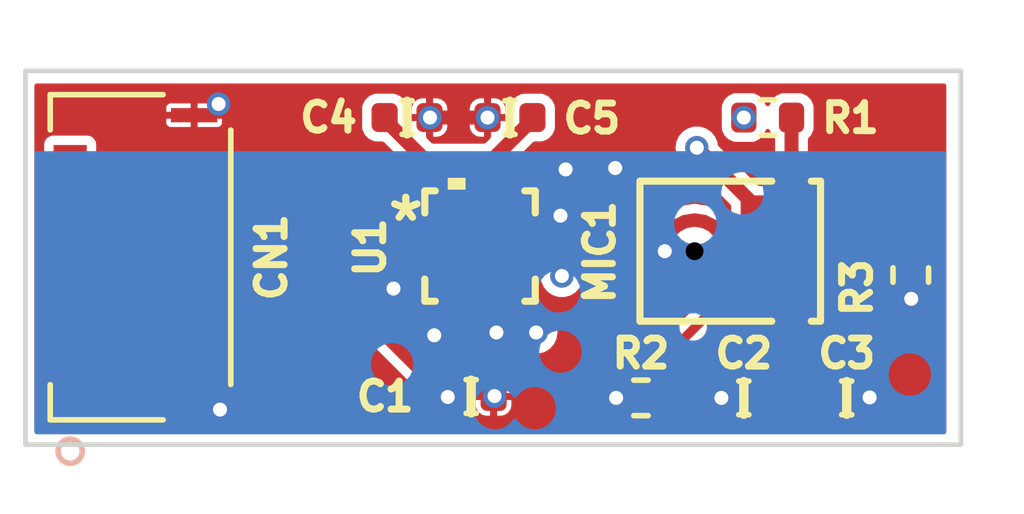
<source format=kicad_pcb>
(kicad_pcb (version 20211014) (generator pcbnew)
  (layers (0 "F.Cu" signal) (1 "In1.Cu" power) (2 "In2.Cu" power) (31 "B.Cu" signal) (34 "B.Paste" user) (35 "F.Paste" user) (36 "B.SilkS" user "B.Silkscreen") (37 "F.SilkS" user "F.Silkscreen") (38 "B.Mask" user) (39 "F.Mask" user) (44 "Edge.Cuts" user))
  (net 0 "")
  (net 1 "U_GND")
  (net 2 "VDD")
  (net 3 "/LPS_SCLK")
  (net 4 "/I2S_WS")
  (net 5 "/LPS_MISO")
  (net 6 "/I2S_SD")
  (net 7 "/LPS_MOSI")
  (net 8 "/I2S_CK")
  (net 9 "/LPS_CS")
  (net 10 "/LPS_INT")
  (net 11 "Net-(MIC1-Pad1)")
  (net 12 "Net-(MIC1-Pad4)")
  (net 13 "Net-(MIC1-Pad6)")
  (footprint "User_library:503480-1000" (layer "F.Cu") (at 125.1 80.49 90)
    (fp_text reference "CN1" (at 0 2.8 90) (layer "F.SilkS") (effects (font (size 0.6 0.6))))
    (fp_text value "503480-1000")
    (fp_circle (center -4.15 -1.5034) (end -3.8922 -1.5) (layer "B.SilkS") (width 0.12) (fill none))
    (fp_line (start -2.721821 1.9304) (end 2.721821 1.9304) (layer "F.SilkS") (width 0.12))
    (fp_line (start 3.4798 -1.9304) (end 2.72739 -1.9304) (layer "F.SilkS") (width 0.12))
    (fp_line (start -3.4798 -1.9304) (end -3.4798 0.483615) (layer "F.SilkS") (width 0.12))
    (fp_line (start -2.72739 -1.9304) (end -3.4798 -1.9304) (layer "F.SilkS") (width 0.12))
    (fp_line (start 3.4798 0.483615) (end 3.4798 -1.9304) (layer "F.SilkS") (width 0.12))
    (fp_circle (center -4.1578 -1.5) (end -3.9 -1.5) (layer "F.SilkS") (width 0.12) (fill none))
    (pad "1" smd rect locked (at -2.250001 -1.5034 90) (size 0.3048 0.7112) (layers "F.Cu" "F.Paste" "F.Mask") (net 2 "VDD"))
    (pad "2" smd rect locked (at -1.749999 -1.5034 90) (size 0.3048 0.7112) (layers "F.Cu" "F.Paste" "F.Mask") (net 10 "/LPS_INT"))
    (pad "3" smd rect locked (at -1.25 -1.5034 90) (size 0.3048 0.7112) (layers "F.Cu" "F.Paste" "F.Mask") (net 1 "U_GND"))
    (pad "4" smd rect locked (at -0.750001 -1.5034 90) (size 0.3048 0.7112) (layers "F.Cu" "F.Paste" "F.Mask") (net 9 "/LPS_CS"))
    (pad "5" smd rect locked (at -0.25 -1.5034 90) (size 0.3048 0.7112) (layers "F.Cu" "F.Paste" "F.Mask") (net 8 "/I2S_CK"))
    (pad "6" smd rect locked (at 0.25 -1.5034 90) (size 0.3048 0.7112) (layers "F.Cu" "F.Paste" "F.Mask") (net 7 "/LPS_MOSI"))
    (pad "7" smd rect locked (at 0.750001 -1.5034 90) (size 0.3048 0.7112) (layers "F.Cu" "F.Paste" "F.Mask") (net 6 "/I2S_SD"))
    (pad "8" smd rect locked (at 1.25 -1.5034 90) (size 0.3048 0.7112) (layers "F.Cu" "F.Paste" "F.Mask") (net 5 "/LPS_MISO"))
    (pad "9" smd rect locked (at 1.749999 -1.5034 90) (size 0.3048 0.7112) (layers "F.Cu" "F.Paste" "F.Mask") (net 4 "/I2S_WS"))
    (pad "10" smd rect locked (at 2.250001 -1.5034 90) (size 0.3048 0.7112) (layers "F.Cu" "F.Paste" "F.Mask") (net 3 "/LPS_SCLK"))
    (pad "11" smd rect locked (at -3.040002 1.1466 90) (size 0.3048 0.9906) (layers "F.Cu" "F.Paste" "F.Mask") (net 1 "U_GND"))
    (pad "12" smd rect locked (at 3.040002 1.1466 90) (size 0.3048 0.9906) (layers "F.Cu" "F.Paste" "F.Mask") (net 1 "U_GND"))
  )
  (footprint "User_library:SPH0645LM4H-B_KNO" (layer "F.Cu") (at 137.71 80.36)
    (fp_text reference "MIC1" (at -2.79 0.02 90 unlocked) (layer "F.SilkS") (effects (font (size 0.6 0.6))))
    (fp_text value "SPH0645LM4H-B")
    (fp_poly (pts (xy -0.244681 -0.045382) (xy -0.2427 0) (xy -0.268185 0.160905) (xy -0.342145 0.30606) (xy -0.45734 0.421255) (xy -0.602495 0.495215) (xy -0.7634 0.5207) (xy -0.924305 0.495215) (xy -1.06946 0.421255) (xy -1.184655 0.30606) (xy -1.258615 0.160905) (xy -1.2841 0) (xy -1.282119 -0.045382) (xy -1.573107 -0.07084) (xy -1.5762 0) (xy -1.536419 0.251169) (xy -1.420969 0.477752) (xy -1.241152 0.657569) (xy -1.014569 0.773019) (xy -0.7634 0.8128) (xy -0.512231 0.773019) (xy -0.285648 0.657569) (xy -0.105831 0.477752) (xy 0.009619 0.251169) (xy 0.0494 0) (xy 0.046307 -0.07084)) (layer "F.Cu") (width 0) (fill solid))
    (fp_poly (pts (xy -0.244681 0.045382) (xy -0.2427 0) (xy -0.268185 -0.160905) (xy -0.342145 -0.30606) (xy -0.45734 -0.421255) (xy -0.602495 -0.495215) (xy -0.7634 -0.5207) (xy -0.924305 -0.495215) (xy -1.06946 -0.421255) (xy -1.184655 -0.30606) (xy -1.258615 -0.160905) (xy -1.2841 0) (xy -1.282119 0.045382) (xy -1.573107 0.07084) (xy -1.5762 0) (xy -1.536419 -0.251169) (xy -1.420969 -0.477752) (xy -1.241152 -0.657569) (xy -1.014569 -0.773019) (xy -0.7634 -0.8128) (xy -0.512231 -0.773019) (xy -0.285648 -0.657569) (xy -0.105831 -0.477752) (xy 0.009619 -0.251169) (xy 0.0494 0) (xy 0.046307 0.07084)) (layer "F.Cu") (width 0) (fill solid))
    (fp_line (start 1.9304 -1.4986) (end 1.733407 -1.4986) (layer "F.SilkS") (width 0.1524))
    (fp_line (start -1.9304 1.4986) (end 0.887613 1.4986) (layer "F.SilkS") (width 0.1524))
    (fp_line (start -1.9304 -1.4986) (end -1.9304 1.4986) (layer "F.SilkS") (width 0.1524))
    (fp_line (start 1.9304 1.4986) (end 1.9304 -1.4986) (layer "F.SilkS") (width 0.1524))
    (fp_line (start 1.733407 1.4986) (end 1.9304 1.4986) (layer "F.SilkS") (width 0.1524))
    (fp_line (start 0.887613 -1.4986) (end -1.9304 -1.4986) (layer "F.SilkS") (width 0.1524))
    (pad "" np_thru_hole circle (at -0.7634 0) (size 0.381 0.381) (drill 0.381) (layers))
    (pad "1" smd rect (at 1.31051 -0.9) (size 0.5334 0.6096) (layers "F.Cu" "F.Paste" "F.Mask") (net 11 "Net-(MIC1-Pad1)"))
    (pad "2" smd rect (at 0.4886 -0.889) (size 0.5334 0.6096) (layers "F.Cu" "F.Paste" "F.Mask") (net 2 "VDD"))
    (pad "3" smd rect (at -1.397 0) (size 0.127 0.127) (layers "F.Cu" "F.Paste" "F.Mask") (net 1 "U_GND"))
    (pad "4" smd rect (at 0.4886 0.889) (size 0.5334 0.6096) (layers "F.Cu" "F.Paste" "F.Mask") (net 12 "Net-(MIC1-Pad4)"))
    (pad "5" smd rect (at 1.31051 0.9) (size 0.5334 0.6096) (layers "F.Cu" "F.Paste" "F.Mask") (net 2 "VDD"))
    (pad "6" smd rect (at 1.31051 0) (size 0.5334 0.6096) (layers "F.Cu" "F.Paste" "F.Mask") (net 13 "Net-(MIC1-Pad6)"))
  )
  (footprint "Resistor_SMD:R_0402_1005Metric" (layer "F.Cu") (at 141.57 80.87 90)
    (fp_text reference "R3" (at -0.27 -1.15 90) (layer "F.SilkS") (effects (font (size 0.6 0.6))))
    (fp_text value "51")
    (fp_line (start -0.153641 -0.38) (end 0.153641 -0.38) (layer "F.SilkS") (width 0.12))
    (fp_line (start -0.153641 0.38) (end 0.153641 0.38) (layer "F.SilkS") (width 0.12))
    (pad "1" smd roundrect (at -0.51 0 90) (size 0.54 0.64) (layers "F.Cu" "F.Paste" "F.Mask") (net 6 "/I2S_SD"))
    (pad "2" smd roundrect (at 0.51 0 90) (size 0.54 0.64) (layers "F.Cu" "F.Paste" "F.Mask") (net 13 "Net-(MIC1-Pad6)"))
  )
  (footprint "User_library:UL_C_0402_1005Metric" (layer "F.Cu") (at 130.8 77.5)
    (fp_text reference "C4" (at -1.68 0) (layer "F.SilkS") (effects (font (size 0.6 0.6))))
    (fp_text value "10u")
    (fp_line (start -0.107836 -0.36) (end 0.107836 -0.36) (layer "F.SilkS") (width 0.12))
    (fp_line (start 0 -0.35) (end 0 0.35) (layer "F.SilkS") (width 0.2))
    (fp_line (start -0.107836 0.36) (end 0.107836 0.36) (layer "F.SilkS") (width 0.12))
    (pad "1" smd roundrect locked (at -0.48 0) (size 0.56 0.62) (layers "F.Cu" "F.Paste" "F.Mask") (net 2 "VDD"))
    (pad "2" smd roundrect locked (at 0.48 0) (size 0.56 0.62) (layers "F.Cu" "F.Paste" "F.Mask") (net 1 "U_GND"))
  )
  (footprint "User_library:HLGA-10L_2X2X0P73_STM" (layer "F.Cu") (at 132.36 80.25)
    (fp_text reference "U1" (at -2.35 0.03 90 unlocked) (layer "F.SilkS") (effects (font (size 0.6 0.6))))
    (fp_text value "LPS22HHTR")
    (fp_text user "*" (at -1.5875 -0.5) (layer "F.SilkS"))
    (fp_text user "*" (at -1.5875 -0.5 unlocked) (layer "F.SilkS"))
    (fp_line (start 0.957045 1.1811) (end 1.1811 1.1811) (layer "F.SilkS") (width 0.1524))
    (fp_line (start -0.957045 -1.1811) (end -1.1811 -1.1811) (layer "F.SilkS") (width 0.1524))
    (fp_line (start 1.1811 -1.1811) (end 0.957045 -1.1811) (layer "F.SilkS") (width 0.1524))
    (fp_line (start -1.1811 -1.1811) (end -1.1811 -0.707046) (layer "F.SilkS") (width 0.1524))
    (fp_line (start -1.1811 0.707046) (end -1.1811 1.1811) (layer "F.SilkS") (width 0.1524))
    (fp_line (start -1.1811 1.1811) (end -0.957045 1.1811) (layer "F.SilkS") (width 0.1524))
    (fp_line (start 1.1811 1.1811) (end 1.1811 0.707046) (layer "F.SilkS") (width 0.1524))
    (fp_line (start 1.1811 -0.707046) (end 1.1811 -1.1811) (layer "F.SilkS") (width 0.1524))
    (fp_poly (pts (xy -0.690499 -1.2065) (xy -0.690499 -1.4605) (xy -0.309499 -1.4605) (xy -0.309499 -1.2065)) (layer "F.SilkS") (width 0) (fill solid))
    (pad "1" smd rect (at -0.815 -0.25 90) (size 0.351536 0.376682) (layers "F.Cu" "F.Paste" "F.Mask") (net 2 "VDD"))
    (pad "2" smd rect (at -0.815 0.25 90) (size 0.351536 0.376682) (layers "F.Cu" "F.Paste" "F.Mask") (net 3 "/LPS_SCLK"))
    (pad "3" smd rect (at -0.499999 0.815) (size 0.351536 0.376682) (layers "F.Cu" "F.Paste" "F.Mask") (net 1 "U_GND"))
    (pad "4" smd rect (at 0 0.815) (size 0.351536 0.376682) (layers "F.Cu" "F.Paste" "F.Mask") (net 7 "/LPS_MOSI"))
    (pad "5" smd rect (at 0.499999 0.815) (size 0.351536 0.376682) (layers "F.Cu" "F.Paste" "F.Mask") (net 5 "/LPS_MISO"))
    (pad "6" smd rect (at 0.815 0.25 90) (size 0.351536 0.376682) (layers "F.Cu" "F.Paste" "F.Mask") (net 9 "/LPS_CS"))
    (pad "7" smd rect (at 0.815 -0.25 90) (size 0.351536 0.376682) (layers "F.Cu" "F.Paste" "F.Mask") (net 10 "/LPS_INT"))
    (pad "8" smd rect (at 0.499999 -0.815) (size 0.351536 0.376682) (layers "F.Cu" "F.Paste" "F.Mask") (net 1 "U_GND"))
    (pad "9" smd rect (at 0 -0.815) (size 0.351536 0.376682) (layers "F.Cu" "F.Paste" "F.Mask") (net 1 "U_GND"))
    (pad "10" smd rect (at -0.499999 -0.815) (size 0.351536 0.376682) (layers "F.Cu" "F.Paste" "F.Mask") (net 2 "VDD"))
  )
  (footprint "Resistor_SMD:R_0402_1005Metric" (layer "F.Cu") (at 138.51 77.5 180)
    (fp_text reference "R1" (at -1.77 -0.01) (layer "F.SilkS") (effects (font (size 0.6 0.6))))
    (fp_text value "51")
    (fp_line (start -0.153641 -0.38) (end 0.153641 -0.38) (layer "F.SilkS") (width 0.12))
    (fp_line (start -0.153641 0.38) (end 0.153641 0.38) (layer "F.SilkS") (width 0.12))
    (pad "1" smd roundrect (at -0.51 0 180) (size 0.54 0.64) (layers "F.Cu" "F.Paste" "F.Mask") (net 11 "Net-(MIC1-Pad1)"))
    (pad "2" smd roundrect (at 0.51 0 180) (size 0.54 0.64) (layers "F.Cu" "F.Paste" "F.Mask") (net 4 "/I2S_WS"))
  )
  (footprint "User_library:UL_C_0402_1005Metric" (layer "F.Cu") (at 132.17 83.47 180)
    (fp_text reference "C1" (at 1.84 0) (layer "F.SilkS") (effects (font (size 0.6 0.6))))
    (fp_text value "100n")
    (fp_line (start -0.107836 0.36) (end 0.107836 0.36) (layer "F.SilkS") (width 0.12))
    (fp_line (start -0.107836 -0.36) (end 0.107836 -0.36) (layer "F.SilkS") (width 0.12))
    (fp_line (start 0 -0.35) (end 0 0.35) (layer "F.SilkS") (width 0.2))
    (pad "1" smd roundrect locked (at -0.48 0 180) (size 0.56 0.62) (layers "F.Cu" "F.Paste" "F.Mask") (net 1 "U_GND"))
    (pad "2" smd roundrect locked (at 0.48 0 180) (size 0.56 0.62) (layers "F.Cu" "F.Paste" "F.Mask") (net 2 "VDD"))
  )
  (footprint "User_library:UL_C_0402_1005Metric" (layer "F.Cu") (at 133 77.5 180)
    (fp_text reference "C5" (at -1.75 -0.02) (layer "F.SilkS") (effects (font (size 0.6 0.6))))
    (fp_text value "100n")
    (fp_line (start -0.107836 -0.36) (end 0.107836 -0.36) (layer "F.SilkS") (width 0.12))
    (fp_line (start 0 -0.35) (end 0 0.35) (layer "F.SilkS") (width 0.2))
    (fp_line (start -0.107836 0.36) (end 0.107836 0.36) (layer "F.SilkS") (width 0.12))
    (pad "1" smd roundrect locked (at -0.48 0 180) (size 0.56 0.62) (layers "F.Cu" "F.Paste" "F.Mask") (net 2 "VDD"))
    (pad "2" smd roundrect locked (at 0.48 0 180) (size 0.56 0.62) (layers "F.Cu" "F.Paste" "F.Mask") (net 1 "U_GND"))
  )
  (footprint "User_library:UL_C_0402_1005Metric" (layer "F.Cu") (at 138 83.5 180)
    (fp_text reference "C2" (at 0 0.95) (layer "F.SilkS") (effects (font (size 0.6 0.6))))
    (fp_text value "1u")
    (fp_line (start -0.107836 -0.36) (end 0.107836 -0.36) (layer "F.SilkS") (width 0.12))
    (fp_line (start 0 -0.35) (end 0 0.35) (layer "F.SilkS") (width 0.2))
    (fp_line (start -0.107836 0.36) (end 0.107836 0.36) (layer "F.SilkS") (width 0.12))
    (pad "1" smd roundrect locked (at -0.48 0 180) (size 0.56 0.62) (layers "F.Cu" "F.Paste" "F.Mask") (net 2 "VDD"))
    (pad "2" smd roundrect locked (at 0.48 0 180) (size 0.56 0.62) (layers "F.Cu" "F.Paste" "F.Mask") (net 1 "U_GND"))
  )
  (footprint "User_library:UL_C_0402_1005Metric" (layer "F.Cu") (at 140.2 83.5 180)
    (fp_text reference "C3" (at 0 0.95) (layer "F.SilkS") (effects (font (size 0.6 0.6))))
    (fp_text value "200p")
    (fp_line (start 0 -0.35) (end 0 0.35) (layer "F.SilkS") (width 0.2))
    (fp_line (start -0.107836 0.36) (end 0.107836 0.36) (layer "F.SilkS") (width 0.12))
    (fp_line (start -0.107836 -0.36) (end 0.107836 -0.36) (layer "F.SilkS") (width 0.12))
    (pad "1" smd roundrect locked (at -0.48 0 180) (size 0.56 0.62) (layers "F.Cu" "F.Paste" "F.Mask") (net 1 "U_GND"))
    (pad "2" smd roundrect locked (at 0.48 0 180) (size 0.56 0.62) (layers "F.Cu" "F.Paste" "F.Mask") (net 2 "VDD"))
  )
  (footprint "Resistor_SMD:R_0402_1005Metric" (layer "F.Cu") (at 135.8 83.5 180)
    (fp_text reference "R2" (at 0 0.95) (layer "F.SilkS") (effects (font (size 0.6 0.6))))
    (fp_text value "51")
    (fp_line (start -0.153641 0.38) (end 0.153641 0.38) (layer "F.SilkS") (width 0.12))
    (fp_line (start -0.153641 -0.38) (end 0.153641 -0.38) (layer "F.SilkS") (width 0.12))
    (pad "1" smd roundrect (at -0.51 0 180) (size 0.54 0.64) (layers "F.Cu" "F.Paste" "F.Mask") (net 12 "Net-(MIC1-Pad4)"))
    (pad "2" smd roundrect (at 0.51 0 180) (size 0.54 0.64) (layers "F.Cu" "F.Paste" "F.Mask") (net 8 "/I2S_CK"))
  )
  (gr_rect (start 122.64 76.5) (end 142.64 84.5) (layer "Edge.Cuts") (width 0.1) (fill none))
  (segment (start 132.859999 79.435) (end 133.365 79.435) (width 0.3) (layer "F.Cu") (net 1))
  (segment (start 131.834721 81.705279) (end 131.834721 81.065) (width 0.3) (layer "F.Cu") (net 1))
  (segment (start 132.859999 79.435) (end 132.38528 79.435) (width 0.3) (layer "F.Cu") (net 1))
  (segment (start 131.29 77.5) (end 132.52 77.5) (width 0.3) (layer "F.Cu") (net 1))
  (segment (start 133.365 79.435) (end 134.19 78.61) (width 0.3) (layer "F.Cu") (net 1))
  (segment (start 131.38 82.16) (end 131.834721 81.705279) (width 0.3) (layer "F.Cu") (net 1))
  (segment (start 131.28 77.5) (end 131.29 77.5) (width 0.3) (layer "F.Cu") (net 1))
  (segment (start 135.25 78.58) (end 135.25 79.3) (width 0.3) (layer "F.Cu") (net 1))
  (segment (start 135.25 79.3) (end 136.31 80.36) (width 0.3) (layer "F.Cu") (net 1))
  (via (at 140.69 83.49) (size 0.5) (drill 0.3) (layers "F.Cu" "B.Cu") (net 1))
  (via (at 134.19 78.61) (size 0.5) (drill 0.3) (layers "F.Cu" "B.Cu") (net 1))
  (via (at 132.67 83.46) (size 0.5) (drill 0.3) (layers "F.Cu" "B.Cu") (net 1))
  (via (at 126.77 77.21) (size 0.5) (drill 0.3) (layers "F.Cu" "B.Cu") (net 1))
  (via (at 136.31 80.36) (size 0.5) (drill 0.3) (layers "F.Cu" "B.Cu") (net 1))
  (via (at 135.25 78.58) (size 0.5) (drill 0.3) (layers "F.Cu" "B.Cu") (net 1))
  (via (at 132.52 77.5) (size 0.5) (drill 0.3) (layers "F.Cu" "B.Cu") (net 1))
  (via (at 126.8 83.75) (size 0.5) (drill 0.3) (layers "F.Cu" "B.Cu") (net 1))
  (via (at 137.52 83.5) (size 0.5) (drill 0.3) (layers "F.Cu" "B.Cu") (net 1))
  (via (at 131.38 82.16) (size 0.5) (drill 0.3) (layers "F.Cu" "B.Cu") (net 1))
  (via (at 131.29 77.5) (size 0.5) (drill 0.3) (layers "F.Cu" "B.Cu") (net 1))
  (segment (start 129.86 81.67) (end 131.67 83.48) (width 0.3) (layer "F.Cu") (net 2))
  (segment (start 131.028858 78.251142) (end 131.834721 79.057005) (width 0.3) (layer "F.Cu") (net 2))
  (segment (start 139.02051 82.95949) (end 139.02051 81.26) (width 0.3) (layer "F.Cu") (net 2))
  (segment (start 133.48 77.542285) (end 132.612285 78.41) (width 0.3) (layer "F.Cu") (net 2))
  (segment (start 131.187715 78.41) (end 131.028858 78.251142) (width 0.3) (layer "F.Cu") (net 2))
  (segment (start 136.995 78.145) (end 136.99 78.14) (width 0.3) (layer "F.Cu") (net 2))
  (segment (start 132.612285 78.41) (end 131.187715 78.41) (width 0.3) (layer "F.Cu") (net 2))
  (segment (start 130.32 77.542285) (end 130.32 77.5) (width 0.3) (layer "F.Cu") (net 2))
  (segment (start 131.545 79.974721) (end 130.655279 79.974721) (width 0.3) (layer "F.Cu") (net 2))
  (segment (start 131.028858 78.251142) (end 130.32 77.542285) (width 0.3) (layer "F.Cu") (net 2))
  (segment (start 138.1986 79.3486) (end 136.995 78.145) (width 0.3) (layer "F.Cu") (net 2))
  (segment (start 129.86 80.77) (end 129.86 81.67) (width 0.3) (layer "F.Cu") (net 2))
  (segment (start 139.72 83.5) (end 138.48 83.5) (width 0.3) (layer "F.Cu") (net 2))
  (segment (start 130.655279 79.974721) (end 129.86 80.77) (width 0.3) (layer "F.Cu") (net 2))
  (segment (start 138.48 83.5) (end 139.02051 82.95949) (width 0.3) (layer "F.Cu") (net 2))
  (segment (start 131.834721 79.057005) (end 131.834721 79.435) (width 0.3) (layer "F.Cu") (net 2))
  (segment (start 133.48 77.5) (end 133.48 77.542285) (width 0.3) (layer "F.Cu") (net 2))
  (segment (start 138.1986 79.471) (end 138.1986 79.3486) (width 0.3) (layer "F.Cu") (net 2))
  (via (at 131.67 83.48) (size 0.5) (drill 0.3) (layers "F.Cu" "B.Cu") (net 2))
  (via (at 136.995 78.145) (size 0.5) (drill 0.3) (layers "F.Cu" "B.Cu") (net 2))
  (segment (start 131.535 80.49) (end 131.545 80.5) (width 0.2) (layer "F.Cu") (net 3))
  (segment (start 130.51 80.94) (end 130.96 80.49) (width 0.2) (layer "F.Cu") (net 3))
  (segment (start 130.51 81.16) (end 130.51 80.94) (width 0.2) (layer "F.Cu") (net 3))
  (segment (start 130.96 80.49) (end 131.535 80.49) (width 0.2) (layer "F.Cu") (net 3))
  (via (at 130.51 81.16) (size 0.5) (drill 0.3) (layers "F.Cu" "B.Cu") (net 3))
  (via (at 138 77.5) (size 0.5) (drill 0.3) (layers "F.Cu" "B.Cu") (net 4))
  (segment (start 133.5 82.04) (end 132.859999 81.399999) (width 0.2) (layer "F.Cu") (net 5))
  (segment (start 132.859999 81.399999) (end 132.859999 81.065) (width 0.2) (layer "F.Cu") (net 5))
  (via (at 133.56 82.1) (size 0.5) (drill 0.3) (layers "F.Cu" "B.Cu") (net 5))
  (via (at 141.58 81.38) (size 0.5) (drill 0.3) (layers "F.Cu" "B.Cu") (net 6))
  (segment (start 132.71 82.1) (end 132.36 81.75) (width 0.2) (layer "F.Cu") (net 7))
  (segment (start 132.36 81.75) (end 132.36 81.065) (width 0.2) (layer "F.Cu") (net 7))
  (via (at 132.71 82.1) (size 0.5) (drill 0.3) (layers "F.Cu" "B.Cu") (net 7))
  (via (at 135.27 83.5) (size 0.5) (drill 0.3) (layers "F.Cu" "B.Cu") (net 8))
  (segment (start 133.72 80.5) (end 133.175 80.5) (width 0.2) (layer "F.Cu") (net 9))
  (segment (start 134.11 80.89) (end 133.72 80.5) (width 0.2) (layer "F.Cu") (net 9))
  (via (at 134.11 80.89) (size 0.5) (drill 0.3) (layers "F.Cu" "B.Cu") (net 9))
  (segment (start 134.08 79.6) (end 133.68 80) (width 0.2) (layer "F.Cu") (net 10))
  (segment (start 133.68 80) (end 133.175 80) (width 0.2) (layer "F.Cu") (net 10))
  (via (at 134.08 79.6) (size 0.5) (drill 0.3) (layers "F.Cu" "B.Cu") (net 10))
  (segment (start 139.02 77.5) (end 139.02 79.45949) (width 0.3) (layer "F.Cu") (net 11))
  (segment (start 139.02 79.45949) (end 139.02051 79.46) (width 0.3) (layer "F.Cu") (net 11))
  (segment (start 136.31 82.64) (end 137.701 81.249) (width 0.2) (layer "F.Cu") (net 12))
  (segment (start 136.31 83.5) (end 136.31 82.64) (width 0.2) (layer "F.Cu") (net 12))
  (segment (start 137.701 81.249) (end 138.1986 81.249) (width 0.2) (layer "F.Cu") (net 12))
  (segment (start 139.02051 80.36) (end 141.57 80.36) (width 0.3) (layer "F.Cu") (net 13))
  (zone (net 1) (net_name "U_GND") (layer "F.Cu") (connect_pads (clearance 0.1)) (min_thickness 0.1) (fill yes (thermal_gap 0.1) (thermal_bridge_width 0.15))
    (polygon (pts (xy 142.33 84.27) (xy 122.83 84.27) (xy 122.83 76.77) (xy 142.33 76.77)))
  )
  (zone (net 1) (net_name "U_GND") (layer "B.Cu") (connect_pads (clearance 0.1)) (min_thickness 0.1) (fill yes (thermal_gap 0.1) (thermal_bridge_width 0.15))
    (polygon (pts (xy 142.33 84.28) (xy 122.83 84.28) (xy 122.83 76.78) (xy 142.33 76.78)))
  )
)
</source>
